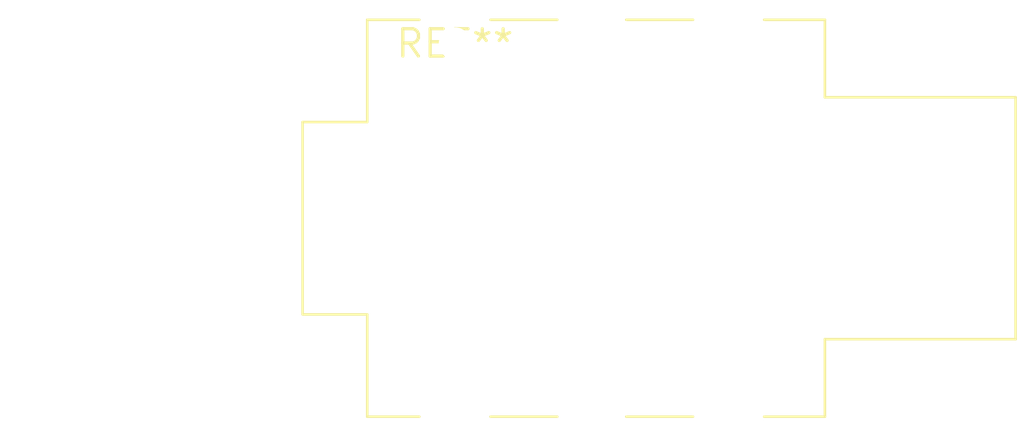
<source format=kicad_pcb>
(kicad_pcb (version 20240108) (generator pcbnew)
  (layers (0 "F.Cu" signal) (31 "B.Cu" signal) (34 "B.Paste" user) (35 "F.Paste" user) (36 "B.SilkS" user "B.Silkscreen") (37 "F.SilkS" user "F.Silkscreen") (38 "B.Mask" user) (39 "F.Mask" user) (44 "Edge.Cuts" user))
  (net 0 "")
  (footprint "Jack_6.35mm_Neutrik_NMJ6HFD4_Horizontal" (layer "F.Cu") (at 0 0)
    (property "Reference" "REF**")
    (property "Value" "Jack_6.35mm_Neutrik_NMJ6HFD4_Horizontal")
    (fp_line (start -7.07 3.645) (end -4.07 3.645) (layer "F.SilkS") (stroke (width 0.12)))
    (fp_line (start -7.07 12.545) (end -7.07 3.645) (layer "F.SilkS") (stroke (width 0.12)))
    (fp_line (start -7.07 12.585) (end -4.07 12.585) (layer "F.SilkS") (stroke (width 0.12)))
    (fp_line (start -4.07 -1.105) (end -1.65 -1.105) (layer "F.SilkS") (stroke (width 0.12)))
    (fp_line (start -4.07 3.645) (end -4.07 -1.105) (layer "F.SilkS") (stroke (width 0.12)))
    (fp_line (start -4.07 17.335) (end -4.07 12.585) (layer "F.SilkS") (stroke (width 0.12)))
    (fp_line (start -1.65 17.335) (end -4.07 17.335) (layer "F.SilkS") (stroke (width 0.12)))
    (fp_line (start 1.65 -1.105) (end 4.75 -1.105) (layer "F.SilkS") (stroke (width 0.12)))
    (fp_line (start 4.75 17.335) (end 1.65 17.335) (layer "F.SilkS") (stroke (width 0.12)))
    (fp_line (start 7.95 -1.105) (end 11.05 -1.105) (layer "F.SilkS") (stroke (width 0.12)))
    (fp_line (start 11.05 17.335) (end 7.95 17.335) (layer "F.SilkS") (stroke (width 0.12)))
    (fp_line (start 17.17 -1.105) (end 14.35 -1.105) (layer "F.SilkS") (stroke (width 0.12)))
    (fp_line (start 17.17 2.495) (end 17.17 -1.105) (layer "F.SilkS") (stroke (width 0.12)))
    (fp_line (start 17.17 2.495) (end 26.02 2.495) (layer "F.SilkS") (stroke (width 0.12)))
    (fp_line (start 17.17 13.735) (end 26.02 13.735) (layer "F.SilkS") (stroke (width 0.12)))
    (fp_line (start 17.17 17.335) (end 14.35 17.335) (layer "F.SilkS") (stroke (width 0.12)))
    (fp_line (start 17.17 17.335) (end 17.17 13.735) (layer "F.SilkS") (stroke (width 0.12)))
    (fp_line (start 26.02 13.735) (end 26.02 2.495) (layer "F.SilkS") (stroke (width 0.12)))
    (pad "R" thru_hole circle (at 6.35 0) (size 3.4 3.4) (drill 1.5) (layers *.Cu *.Mask) (remove_unused_layers))
    (pad "RN" thru_hole circle (at 6.35 16.23) (size 3.4 3.4) (drill 1.5) (layers *.Cu *.Mask) (remove_unused_layers))
    (pad "S" thru_hole circle (at 12.7 0) (size 3.4 3.4) (drill 1.5) (layers *.Cu *.Mask) (remove_unused_layers))
    (pad "SN" thru_hole circle (at 12.7 16.23) (size 3.4 3.4) (drill 1.5) (layers *.Cu *.Mask) (remove_unused_layers))
    (pad "T" thru_hole circle (at 0 0) (size 3.4 3.4) (drill 1.5) (layers *.Cu *.Mask) (remove_unused_layers))
    (pad "TN" thru_hole circle (at 0 16.23) (size 3.4 3.4) (drill 1.5) (layers *.Cu *.Mask) (remove_unused_layers))
  )
)
</source>
